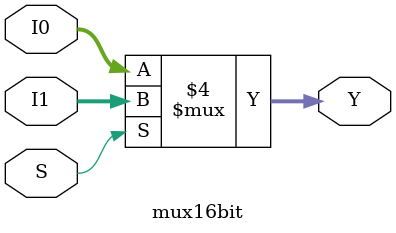
<source format=v>
`timescale 1ns / 1ps
module mux16bit(
   input [15:0]I0,
	input [15:0]I1,
	input S,
	output reg [15:0] Y
    );

always @*
  begin
   if(S==1) 
	Y=I1;
	else
	Y=I0;
	end
	  

endmodule

</source>
